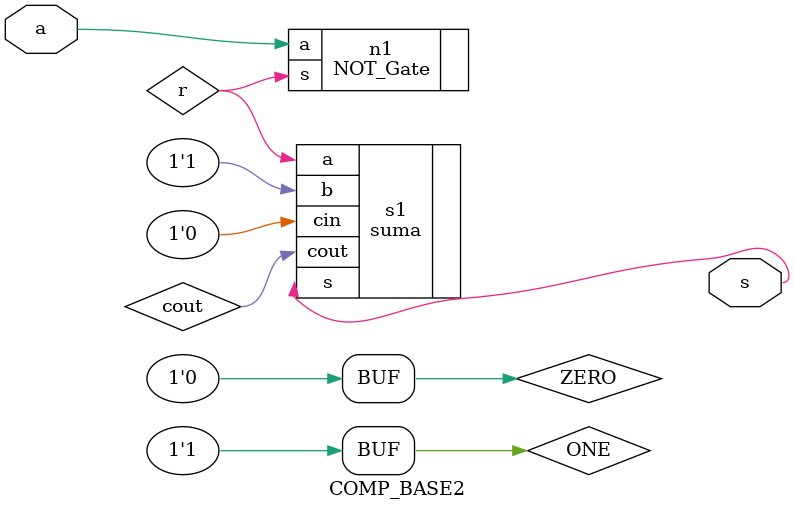
<source format=sv>
module COMP_BASE2 #(parameter N=1)(input [N-1:0]a,
												output [N-1:0]s);

logic ZERO = 0;
logic cout;
logic [N-1:0] ONE = 1;
logic [N-1:0] r;
NOT_Gate #(.N(N)) n1(.a(a),.s(r));
suma #(.N(N)) s1(.a(r),.b(ONE),.cin(ZERO),.s(s),.cout(cout));
endmodule

</source>
